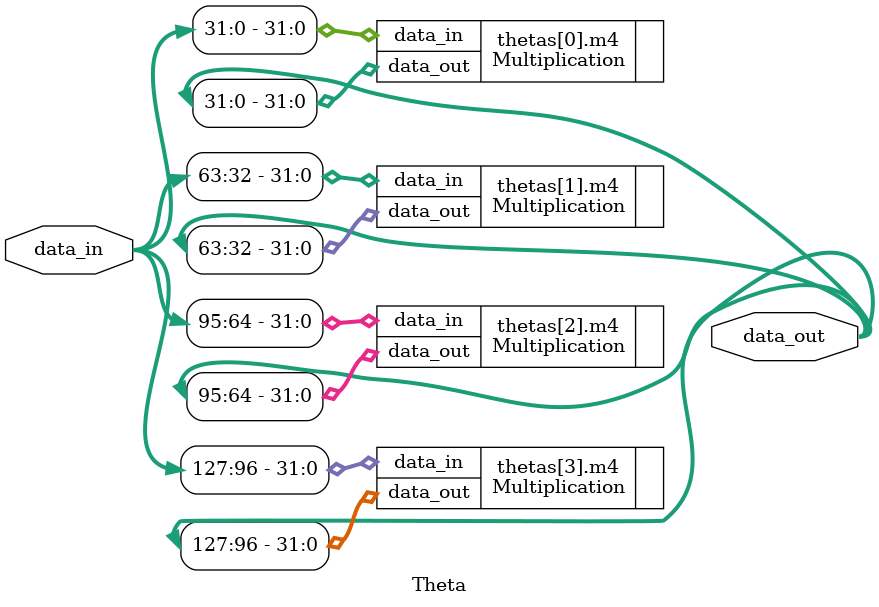
<source format=v>
`timescale 1ns / 1ps

module Theta (
    input  wire [127 : 0] data_in,
    output wire [127 : 0] data_out
);
 
genvar i;
 
generate
    for (i = 0; i < 4; i = i+1)
    begin : thetas
        Multiplication m4 (.data_out(data_out[i*32+31 : i*32]),.data_in(data_in[i*32+31 : i*32]));    
    end
endgenerate

endmodule
</source>
